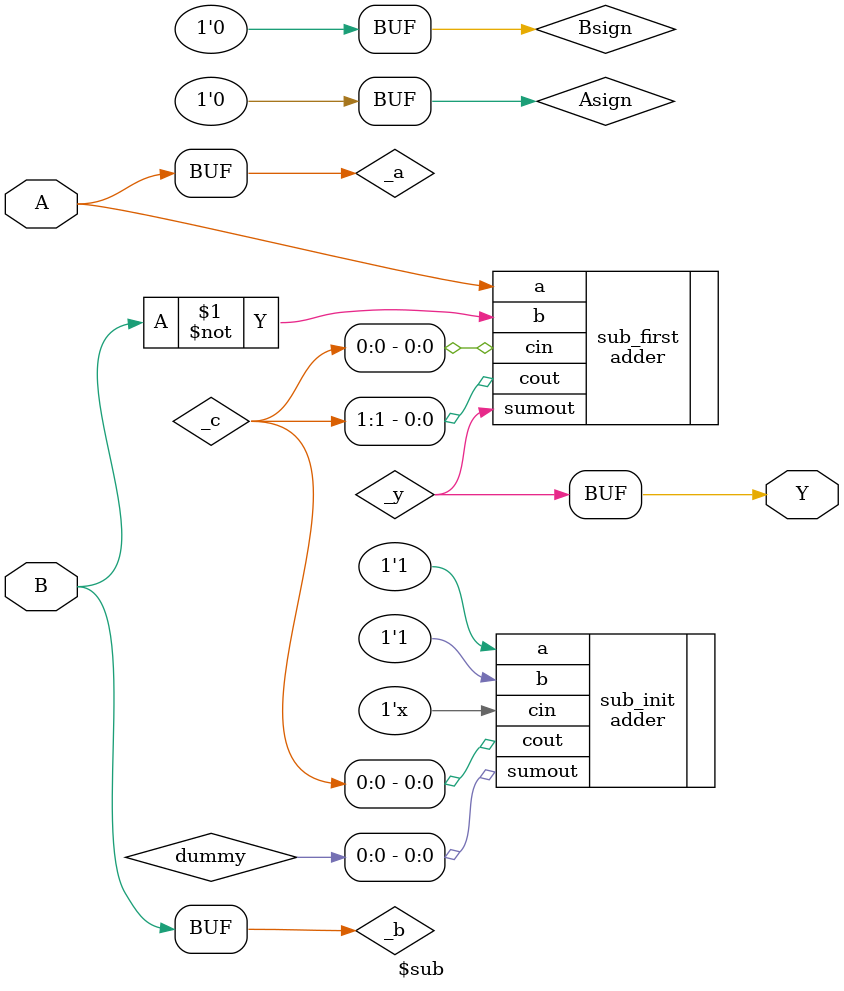
<source format=v>
/********************************************************************************************

# Description: this file includes the required definitions for Yosys to how it should		#

#			   infer implicit memories and instantiate arithmetic operations, such as 		#

#			   addition, subtraction, and multiplication. In this file, implicit memory 	#

#			   boundary and required splitting process, arithmetic operation depth/width    # 

#			   splitting, and error handling for possible invalid situations are specified.	#

# 																							#

# NOTE: 11, 1, and 3 will be replaced with the configuration specifications via the 	#

#		run_vtr_flow.py script file while the VTR flow is executing.						#

# 																							#

# Author: Eddie Hung																		#

# VTR-to-Bitstream: "http://eddiehung.github.io/vtb.html"								#

********************************************************************************************/





`define MEM_MINWIDTH 1

`define MEM_MAXADDR 11

`define MEM_MAXDATA 36



`define DSP_A_MAXWIDTH 36

`define DSP_B_MAXWIDTH 36



`define ADDER_MINWIDTH 1

`define MULTIPLY_MINWIDTH 3



`define MAX(a,b) (a > b ? a : b)

`define MIN(a,b) (a < b ? a : b)



module \$mem (RD_CLK, RD_EN, RD_ADDR, RD_DATA, WR_CLK, WR_EN, WR_ADDR, WR_DATA);

	parameter MEMID = "";

	parameter SIZE = 256;

	parameter OFFSET = 0;

	parameter ABITS = 8;

	parameter WIDTH = 8;

	parameter signed INIT = 1'bx;



	parameter RD_PORTS = 1;

	parameter RD_CLK_ENABLE = 1'b1;

	parameter RD_CLK_POLARITY = 1'b1;

	parameter RD_TRANSPARENT = 1'b1;



	parameter WR_PORTS = 1;

	parameter WR_CLK_ENABLE = 1'b1;

	parameter WR_CLK_POLARITY = 1'b1;



	input [RD_PORTS-1:0] RD_CLK;

	input [RD_PORTS-1:0] RD_EN;

	input [RD_PORTS*ABITS-1:0] RD_ADDR;

	output reg [RD_PORTS*WIDTH-1:0] RD_DATA;



	input [WR_PORTS-1:0] WR_CLK;

	input [WR_PORTS*WIDTH-1:0] WR_EN;

	input [WR_PORTS*ABITS-1:0] WR_ADDR;

	input [WR_PORTS*WIDTH-1:0] WR_DATA;



	wire [1023:0] _TECHMAP_DO_ = "proc; clean";

	

	parameter _TECHMAP_CONNMAP_RD_CLK_ = 0;

	parameter _TECHMAP_CONNMAP_WR_CLK_ = 0;

	

	parameter _TECHMAP_CONNMAP_RD_ADDR_ = 0;

	parameter _TECHMAP_CONNMAP_WR_ADDR_ = 0;



	parameter _TECHMAP_CONNMAP_WR_EN_ = 0;

	parameter _TECHMAP_CONSTVAL_RD_EN_ = 0;



	parameter _TECHMAP_BITS_CONNMAP_ = 0;

	//parameter _TECHMAP_CONNMAP_RD_PORTS_ = 0;

	//parameter _TECHMAP_CONNMAP_WR_PORTS_ = 0;

	

	reg _TECHMAP_FAIL_;

	initial begin

		_TECHMAP_FAIL_ <= 0;

	

		// only map cells with only one read and one write port

		if (RD_PORTS > 2 || WR_PORTS > 2)

			_TECHMAP_FAIL_ <= 1;

	

		// read enable must not be constant low

		if (_TECHMAP_CONSTVAL_RD_EN_[0] == 1'b0)

			_TECHMAP_FAIL_ <= 1;



		// we expect positive read clock and non-transparent reads

		if (RD_TRANSPARENT || !RD_CLK_ENABLE || !RD_CLK_POLARITY)

			_TECHMAP_FAIL_ <= 1;

	

		// we expect positive write clock

		if (!WR_CLK_ENABLE || !WR_CLK_POLARITY)

			_TECHMAP_FAIL_ <= 1;

	

		// read and write must be in same clock domain

		if (_TECHMAP_CONNMAP_RD_CLK_ != _TECHMAP_CONNMAP_WR_CLK_)

			_TECHMAP_FAIL_ <= 1;

	

		// we don't do small memories or memories with offsets

		if (OFFSET != 0 || ABITS < `MEM_MINWIDTH || SIZE < 2**`MEM_MINWIDTH)

			_TECHMAP_FAIL_ <= 1;

	

	end



	genvar i;

	for (i = 0; i < `MAX(RD_PORTS, WR_PORTS); i = i+1) begin

		initial begin

			// check each pair of read and write port are the same

			if (RD_PORTS >= i && WR_PORTS >= i) begin

				if (_TECHMAP_CONNMAP_RD_ADDR_[i*ABITS*_TECHMAP_BITS_CONNMAP_ +: ABITS*_TECHMAP_BITS_CONNMAP_] != 

					_TECHMAP_CONNMAP_WR_ADDR_[i*ABITS*_TECHMAP_BITS_CONNMAP_ +: ABITS*_TECHMAP_BITS_CONNMAP_])

						_TECHMAP_FAIL_ <= 1;

			end

		end

		// check all bits of write enable are the same

		if (i < WR_PORTS) begin

			genvar j;

			for (j = 1; j < WIDTH; j = j+1) begin

				initial begin

					if (_TECHMAP_CONNMAP_WR_EN_[0 +: _TECHMAP_BITS_CONNMAP_] !=

							_TECHMAP_CONNMAP_WR_EN_[j*_TECHMAP_BITS_CONNMAP_ +: _TECHMAP_BITS_CONNMAP_])

						_TECHMAP_FAIL_ <= 1;

				end

			end

		end

	end



	

	\$__mem_gen #(

		.MEMID(MEMID), .SIZE(SIZE), .OFFSET(OFFSET), .ABITS(ABITS), .WIDTH(WIDTH),

		.RD_PORTS(RD_PORTS), .RD_CLK_ENABLE(RD_CLK_ENABLE), .RD_CLK_POLARITY(RD_CLK_POLARITY), .RD_TRANSPARENT(RD_TRANSPARENT),

		.WR_PORTS(WR_PORTS), .WR_CLK_ENABLE(WR_CLK_ENABLE), .WR_CLK_POLARITY(WR_CLK_POLARITY)

	) _TECHMAP_REPLACE_ (

		.RD_CLK(RD_CLK),

		.RD_EN(RD_EN),

		.RD_ADDR(RD_ADDR),

		.RD_DATA(RD_DATA),

		.WR_CLK(WR_CLK),

		.WR_EN(WR_EN),

		.WR_ADDR(WR_ADDR),

		.WR_DATA(WR_DATA)

	);

endmodule



module \$__mem_gen (RD_CLK, RD_EN, RD_ADDR, RD_DATA, WR_CLK, WR_EN, WR_ADDR, WR_DATA);

	parameter MEMID = "";

	parameter SIZE = 256;

	parameter OFFSET = 0;

	parameter ABITS = 8;

	parameter WIDTH = 8;

	parameter signed INIT = 1'bx;



	parameter RD_PORTS = 1;

	parameter RD_CLK_ENABLE = 1'b1;

	parameter RD_CLK_POLARITY = 1'b1;

	parameter RD_TRANSPARENT = 1'b1;



	parameter WR_PORTS = 1;

	parameter WR_CLK_ENABLE = 1'b1;

	parameter WR_CLK_POLARITY = 1'b1;



	input [RD_PORTS-1:0] RD_CLK;

	input [RD_PORTS-1:0] RD_EN;

	input [RD_PORTS*ABITS-1:0] RD_ADDR;

	output reg [RD_PORTS*WIDTH-1:0] RD_DATA;



	input [WR_PORTS-1:0] WR_CLK;

	input [WR_PORTS*WIDTH-1:0] WR_EN;

	input [WR_PORTS*ABITS-1:0] WR_ADDR;

	input [WR_PORTS*WIDTH-1:0] WR_DATA;



	wire [1023:0] _TECHMAP_DO_ = "proc; clean";



	genvar i;

	generate

		if (ABITS > `MEM_MAXADDR) begin

			wire [WIDTH-1:0] rd_data_hi, rd_data_lo;

			wire [(ABITS-1)*RD_PORTS-1:0] rd_addr_new;

			for (i = 0; i < RD_PORTS; i = i+1) begin

				assign rd_addr_new[(ABITS-1)*(i+1)-1:(ABITS-1)*i] = RD_ADDR[ABITS*(i+1)-2:ABITS*i];

			end

			wire [(ABITS-1)*WR_PORTS-1:0] wr_addr_new;

			wire [WR_PORTS-1:0] wr_en_new;

			for (i = 0; i < WR_PORTS; i = i+1) begin

				assign wr_addr_new[(ABITS-1)*(i+1)-1:(ABITS-1)*i] = WR_ADDR[ABITS*(i+1)-2:ABITS*i];

				assign wr_en_new[i] = WR_EN[i] & WR_ADDR[ABITS*(i+1)-1];

			end



			if (SIZE > 2**(ABITS-1)) begin

				\$__mem_gen #(

					.MEMID(MEMID), .SIZE(SIZE - 2**(ABITS-1)), .OFFSET(OFFSET), .ABITS(ABITS-1), .WIDTH(WIDTH),

					.RD_PORTS(RD_PORTS), .RD_CLK_ENABLE(RD_CLK_ENABLE), .RD_CLK_POLARITY(RD_CLK_POLARITY), .RD_TRANSPARENT(RD_TRANSPARENT),

					.WR_PORTS(WR_PORTS), .WR_CLK_ENABLE(WR_CLK_ENABLE), .WR_CLK_POLARITY(WR_CLK_POLARITY)

				) mem_hi (

					.RD_CLK(RD_CLK),

					.RD_EN(RD_EN),

					.RD_ADDR(rd_addr_new),

					.RD_DATA(rd_data_hi),

					.WR_CLK(WR_CLK),

					.WR_EN(wr_en_new),

					.WR_ADDR(wr_addr_new),

					.WR_DATA(WR_DATA)

				);

			end 

			else begin

				assign rd_data_hi = {{WIDTH}{1'bx}};

			end



			\$__mem_gen #(

				.MEMID(MEMID), .SIZE(SIZE > 2**(ABITS-1) ? 2**(ABITS-1) : SIZE), .OFFSET(OFFSET), .ABITS(ABITS-1), .WIDTH(WIDTH),

				.RD_PORTS(RD_PORTS), .RD_CLK_ENABLE(RD_CLK_ENABLE), .RD_CLK_POLARITY(RD_CLK_POLARITY), .RD_TRANSPARENT(RD_TRANSPARENT),

				.WR_PORTS(WR_PORTS), .WR_CLK_ENABLE(WR_CLK_ENABLE), .WR_CLK_POLARITY(WR_CLK_POLARITY)

			) mem_lo (

				.RD_CLK(RD_CLK),

				.RD_EN(RD_EN),

				.RD_ADDR(rd_addr_new),

				.RD_DATA(rd_data_lo),

				.WR_CLK(WR_CLK),

				.WR_EN(wr_en_new),

				.WR_ADDR(wr_addr_new),

				.WR_DATA(WR_DATA)

			);



			reg [RD_PORTS-1:0] delayed_abit;

			for (i = 0; i < RD_PORTS; i = i+1) begin

				always @(posedge RD_CLK[i])

					delayed_abit[i] <= RD_ADDR[ABITS*(i+1)-1];

				assign RD_DATA[WIDTH*(i+1)-1:WIDTH*i] = delayed_abit[i] ? rd_data_hi : rd_data_lo;

			end

		end 

		else begin

			for (i = 0; i < WIDTH; i=i+1) begin:slice

				if (RD_PORTS <= 1 && WR_PORTS <= 1) 

					single_port_ram mem (

						.clk(RD_CLK[0]),

						.addr({ {{`MEM_MAXADDR-ABITS}{1'bx}}, RD_ADDR[ABITS-1:0] }),

						.data(WR_DATA[i]),

						.out(RD_DATA[i]),

						.we(WR_EN[0])

					);

				else if (RD_PORTS <= 2 && WR_PORTS <= 2) 

					dual_port_ram mem (

						.clk(RD_CLK[0]),

						.addr1({ {{`MEM_MAXADDR-ABITS}{1'bx}}, RD_ADDR[ABITS-1:0] }),

						.data1(WR_DATA[i]),

						.out1(RD_DATA[i]),

						.we1(WR_EN[0]),

						.addr2({ {{`MEM_MAXADDR-ABITS}{1'bx}}, RD_ADDR[2*ABITS-1:ABITS] }),

						.data2(WR_DATA[WIDTH+i]),

						.out2(RD_DATA[WIDTH+i]),

						.we2(WR_EN[WIDTH])

					);

			end

		end

	endgenerate

endmodule



(* techmap_celltype = "$mul" *)

module mul_swap_ports (A, B, Y);

parameter A_SIGNED = 0;

parameter B_SIGNED = 0;

parameter A_WIDTH = 1;

parameter B_WIDTH = 1;

parameter Y_WIDTH = 1;



input [A_WIDTH-1:0] A;

input [B_WIDTH-1:0] B;

output [Y_WIDTH-1:0] Y;



wire _TECHMAP_FAIL_ = A_WIDTH <= B_WIDTH;



\$mul #(

	.A_SIGNED(B_SIGNED),

	.B_SIGNED(A_SIGNED),

	.A_WIDTH(B_WIDTH),

	.B_WIDTH(A_WIDTH),

	.Y_WIDTH(Y_WIDTH)

) _TECHMAP_REPLACE_ (

	.A(B),

	.B(A),

	.Y(Y)

);



endmodule



module \$mul (A, B, Y);

	parameter A_SIGNED = 0;

	parameter B_SIGNED = 0;

	parameter A_WIDTH = 1;

	parameter B_WIDTH = 1;

	parameter Y_WIDTH = 1;



	input [A_WIDTH-1:0] A;

	input [B_WIDTH-1:0] B;

	output [Y_WIDTH-1:0] Y;



	wire [1023:0] _TECHMAP_DO_ = "proc; clean";



	reg _TECHMAP_FAIL_;

	initial begin

		_TECHMAP_FAIL_ <= 0;



		//if (A_SIGNED || B_SIGNED)

		//	_TECHMAP_FAIL_ <= 1;



		if (A_WIDTH < B_WIDTH)

			_TECHMAP_FAIL_ <= 1;

		if (A_WIDTH < `MULTIPLY_MINWIDTH || B_WIDTH < `MULTIPLY_MINWIDTH)

			_TECHMAP_FAIL_ <= 1;

	end



	generate

		\$__mul_gen #(

			.A_SIGNED(A_SIGNED),

			.B_SIGNED(B_SIGNED),

			.A_WIDTH(A_WIDTH),

			.B_WIDTH(B_WIDTH),

			.Y_WIDTH(Y_WIDTH)

		) mul_slice (

			.A(A),

			.B(B),

			.Y(Y[Y_WIDTH-1:0])

		);

	endgenerate

endmodule



module \$__mul_gen (A, B, Y);

	parameter A_SIGNED = 0;

	parameter B_SIGNED = 0;

	parameter A_WIDTH = 1;

	parameter B_WIDTH = 1;

	parameter Y_WIDTH = 1;



	input [A_WIDTH-1:0] A;

	input [B_WIDTH-1:0] B;

	output [Y_WIDTH-1:0] Y;



	wire [1023:0] _TECHMAP_DO_ = "proc; clean";



	generate

		if (A_WIDTH > `DSP_A_MAXWIDTH) begin

			localparam n_floored = A_WIDTH/`DSP_A_MAXWIDTH;

			localparam n = n_floored + (n_floored*`DSP_A_MAXWIDTH < A_WIDTH ? 1 : 0);

			wire [`DSP_A_MAXWIDTH+B_WIDTH-1:0] partial [n-1:1];

			wire [Y_WIDTH-1:0] partial_sum [n-2:0];



			\$__mul_gen #(

				.A_SIGNED(A_SIGNED),

				.B_SIGNED(B_SIGNED),

				.A_WIDTH(`DSP_A_MAXWIDTH),

				.B_WIDTH(B_WIDTH),

				.Y_WIDTH(Y_WIDTH)

			) mul_slice_first (

				.A(A[`DSP_A_MAXWIDTH-1:0]),

				.B(B),

				.Y(partial_sum[0])

			);



			genvar i;

			generate

			for (i = 1; i < n-1; i=i+1) begin:slice

				\$__mul_gen #(

					.A_SIGNED(A_SIGNED),

					.B_SIGNED(B_SIGNED),

					.A_WIDTH(`DSP_A_MAXWIDTH),

					.B_WIDTH(B_WIDTH),

					.Y_WIDTH(Y_WIDTH)

				) mul_slice (

					.A(A[(i+1)*`DSP_A_MAXWIDTH-1:i*`DSP_A_MAXWIDTH]),

					.B(B),

					.Y(partial[i])

				);

				//assign partial_sum[i] = (partial[i] << i*`DSP_A_MAXWIDTH) + partial_sum[i-1];

				assign partial_sum[i] = {

					partial[i][B_WIDTH+`DSP_A_MAXWIDTH-1:`DSP_A_MAXWIDTH],

					partial[i][`DSP_A_MAXWIDTH-1:0] + partial_sum[i-1][B_WIDTH+(i*`DSP_A_MAXWIDTH)-1:B_WIDTH+((i-1)*`DSP_A_MAXWIDTH)],

					partial_sum[i-1][B_WIDTH+((i-1)*`DSP_A_MAXWIDTH):0]

				};

			end

			endgenerate



			\$__mul_gen #(

				.A_SIGNED(A_SIGNED),

				.B_SIGNED(B_SIGNED),

				.A_WIDTH(A_WIDTH-(n-1)*`DSP_A_MAXWIDTH),

				.B_WIDTH(B_WIDTH),

				.Y_WIDTH(Y_WIDTH)

			) mul_slice_last (

				.A(A[A_WIDTH-1:(n-1)*`DSP_A_MAXWIDTH]),

				.B(B),

				.Y(partial[n-1])

			);

			//assign Y = (partial[n-1] << (n-1)*`DSP_A_MAXWIDTH) + partial_sum[n-2];

			assign Y = {

				partial[n-1][B_WIDTH+`DSP_A_MAXWIDTH-1:`DSP_A_MAXWIDTH],

				partial[n-1][`DSP_A_MAXWIDTH-1:0] + partial_sum[n-2][B_WIDTH+((n-1)*`DSP_A_MAXWIDTH)-1:B_WIDTH+((n-2)*`DSP_A_MAXWIDTH)],

				partial_sum[n-2][B_WIDTH+((n-2)*`DSP_A_MAXWIDTH):0]

			};

		end

		else if (B_WIDTH > `DSP_B_MAXWIDTH) begin

			localparam n_floored = B_WIDTH/`DSP_B_MAXWIDTH;

			localparam n = n_floored + (n_floored*`DSP_B_MAXWIDTH < B_WIDTH ? 1 : 0);

			wire [A_WIDTH+`DSP_B_MAXWIDTH-1:0] partial [n-1:1];

			wire [Y_WIDTH-1:0] partial_sum [n-2:0];



			\$__mul_gen #(

				.A_SIGNED(A_SIGNED),

				.B_SIGNED(B_SIGNED),

				.A_WIDTH(A_WIDTH),

				.B_WIDTH(`DSP_B_MAXWIDTH),

				.Y_WIDTH(Y_WIDTH)

			) mul_first (

				.A(A),

				.B(B[`DSP_B_MAXWIDTH-1:0]),

				.Y(partial_sum[0])

			);



			genvar i;

			generate

			for (i = 1; i < n-1; i=i+1) begin:slice

				\$__mul_gen #(

					.A_SIGNED(A_SIGNED),

					.B_SIGNED(B_SIGNED),

					.A_WIDTH(A_WIDTH),

					.B_WIDTH(`DSP_B_MAXWIDTH),

					.Y_WIDTH(Y_WIDTH)

				) mul (

					.A(A),

					.B(B[(i+1)*`DSP_B_MAXWIDTH-1:i*`DSP_B_MAXWIDTH]),

					.Y(partial[i])

				);

				//assign partial_sum[i] = (partial[i] << i*`DSP_B_MAXWIDTH) + partial_sum[i-1];

				assign partial_sum[i] = {

					partial[i][A_WIDTH+`DSP_B_MAXWIDTH-1:`DSP_B_MAXWIDTH],

					partial[i][`DSP_B_MAXWIDTH-1:0] + partial_sum[i-1][A_WIDTH+(i*`DSP_B_MAXWIDTH)-1:A_WIDTH+((i-1)*`DSP_B_MAXWIDTH)],

					partial_sum[i-1][A_WIDTH+((i-1)*`DSP_B_MAXWIDTH):0]

				};

			end

			endgenerate



			\$__mul_gen #(

				.A_SIGNED(A_SIGNED),

				.B_SIGNED(B_SIGNED),

				.A_WIDTH(A_WIDTH),

				.B_WIDTH(B_WIDTH-(n-1)*`DSP_B_MAXWIDTH),

				.Y_WIDTH(Y_WIDTH)

			) mul_last (

				.A(A),

				.B(B[B_WIDTH-1:(n-1)*`DSP_B_MAXWIDTH]),

				.Y(partial[n-1])

			);

			//assign Y = (partial[n-1] << (n-1)*`DSP_B_MAXWIDTH) + partial_sum[n-2];

			assign Y = {

				partial[n-1][A_WIDTH+`DSP_B_MAXWIDTH-1:`DSP_B_MAXWIDTH],

				partial[n-1][`DSP_B_MAXWIDTH-1:0] + partial_sum[n-2][A_WIDTH+((n-1)*`DSP_B_MAXWIDTH)-1:A_WIDTH+((n-2)*`DSP_B_MAXWIDTH)],

				partial_sum[n-2][A_WIDTH+((n-2)*`DSP_B_MAXWIDTH):0]

			};

		end

		else begin 

			wire [A_WIDTH+B_WIDTH-1:0] out;

			wire [(`DSP_A_MAXWIDTH+`DSP_B_MAXWIDTH)-(A_WIDTH+B_WIDTH)-1:0] dummy;

			wire Asign, Bsign;

			assign Asign = (A_SIGNED ? A[A_WIDTH-1] : 1'b0);

			assign Bsign = (B_SIGNED ? B[B_WIDTH-1] : 1'b0);

			multiply _TECHMAP_REPLACE_ (

				.a({ {{`DSP_A_MAXWIDTH-A_WIDTH}{Asign}}, A }),

				.b({ {{`DSP_B_MAXWIDTH-B_WIDTH}{Bsign}}, B }),

				.out({dummy, out})

			);

			if (Y_WIDTH < A_WIDTH + B_WIDTH)

				assign Y = out[Y_WIDTH-1:0];

			else begin

				wire Ysign = (A_SIGNED || B_SIGNED ? out[A_WIDTH+BWIDTH-1] : 1'b0);

				assign Y = { {{Y_WIDTH-(A_WIDTH+B_WIDTH)}{Ysign}}, out[A_WIDTH+B_WIDTH-1:0] };

			end

		end

	endgenerate

endmodule



module \$add (A, B, Y);

	parameter A_SIGNED = 0;

	parameter A_WIDTH = 1;

	parameter B_SIGNED = 0;

	parameter B_WIDTH = 1;

	parameter Y_WIDTH = 1;

	

	input [A_WIDTH-1:0] A;

	input [B_WIDTH-1:0] B;

	output [Y_WIDTH-1:0] Y;

	

	wire [1023:0] _TECHMAP_DO_ = "proc; clean";



	reg _TECHMAP_FAIL_;

	initial begin

		_TECHMAP_FAIL_ <= 0;



		//if (A_SIGNED || B_SIGNED)

		//	_TECHMAP_FAIL_ <= 1;

		//if (A_WIDTH < 1 || B_WIDTH < 1)

		//	_TECHMAP_FAIL_ <= 1;

		if (Y_WIDTH < `ADDER_MINWIDTH)

			_TECHMAP_FAIL_ <= 1;

		if (A_WIDTH < `ADDER_MINWIDTH && B_WIDTH < `ADDER_MINWIDTH)

			_TECHMAP_FAIL_ <= 1;

	end



	localparam maxab = `MAX(A_WIDTH, B_WIDTH);

	localparam width = `MIN(Y_WIDTH, maxab+1);

	

	generate

		wire [maxab-1:0] _a;

		wire [maxab-1:0] _b;

		wire [width-1:0] _y;

		wire [width:0] _c;

		wire [width:0] dummy;

		wire Asign, Bsign;



		assign Asign = (A_SIGNED ? A[A_WIDTH-1] : 1'b0);

		assign Bsign = (B_SIGNED ? B[B_WIDTH-1] : 1'b0);

		assign _a = { {{maxab}{Asign}}, A };

		assign _b = { {{maxab}{Bsign}}, B };

	

		adder add_first (.a(_a[0]), .b(_b[0]), .cin(1'bx), .cout(_c[1]), .sumout(_y[0]));

		genvar i;

		for (i = 1; i < width; i=i+1) begin : slice

			if (i === maxab)

				adder add_last (.a(1'b0), .b(1'b0), .cin(_c[i]), .cout(dummy[i+1]), .sumout(_y[i]));

			else 

				adder add (.a(_a[i]), .b(_b[i]), .cin(_c[i]), .cout(_c[i+1]), .sumout(_y[i]));

		end



		if (Y_WIDTH < maxab + 1)

			assign Y = _y[Y_WIDTH-1:0];

		else begin

			wire Ysign = (A_SIGNED || B_SIGNED ? _y[Y_WIDTH-1] : 1'b0);

			assign Y = { {{Y_WIDTH-(maxab+1)}{_y[maxab+1-1]}}, _y[maxab+1-1:0] };

		end

	endgenerate

endmodule



module \$sub (A, B, Y);

	parameter A_SIGNED = 0;

	parameter A_WIDTH = 1;

	parameter B_SIGNED = 0;

	parameter B_WIDTH = 1;

	parameter Y_WIDTH = 1;

	input [A_WIDTH-1:0] A;

	input [B_WIDTH-1:0] B;

	output [Y_WIDTH-1:0] Y;

	

	wire [1023:0] _TECHMAP_DO_ = "proc; clean";



	reg _TECHMAP_FAIL_;

	initial begin

		_TECHMAP_FAIL_ <= 0;



		//if (A_SIGNED || B_SIGNED)

		//	_TECHMAP_FAIL_ <= 1;

		if (A_WIDTH < 1 || B_WIDTH < 1)

			_TECHMAP_FAIL_ <= 1;

		if (Y_WIDTH < `ADDER_MINWIDTH)

			_TECHMAP_FAIL_ <= 1;

		if (A_WIDTH < `ADDER_MINWIDTH && B_WIDTH < `ADDER_MINWIDTH)

			_TECHMAP_FAIL_ <= 1;

	end



	localparam maxab = `MAX(A_WIDTH, B_WIDTH);

	localparam width = `MIN(Y_WIDTH, maxab+1);

	

	generate

		wire [maxab-1:0] _a;

		wire [maxab-1:0] _b;

		wire [width-1:0] _y;

		wire [width:0] _c;

		wire [width:0] dummy;

		wire Asign, Bsign;



		assign Asign = (A_SIGNED ? A[A_WIDTH-1] : 1'b0);

		assign Bsign = (B_SIGNED ? B[B_WIDTH-1] : 1'b0);

		assign _a = { {{maxab}{Asign}}, A };

		assign _b = { {{maxab}{Bsign}}, B };

	

		// VPR requires that the first element of a carry chain have cin = 1'bx

		// Therefore use sub_init to generate cout = 1'b1 for the

		// actual first stage

		adder sub_init (.a(1'b1), .b(~1'b0), .cin(1'bx), .cout(_c[0]), .sumout(dummy[0]));

		adder sub_first (.a(_a[0]), .b(~_b[0]), .cin(_c[0]), .cout(_c[1]), .sumout(_y[0]));

		genvar i;

		for (i = 1; i < width; i=i+1) begin : slice

			if (i === maxab)

				adder sub_last (.a(1'b0), .b(~1'b0), .cin(_c[i]), .cout(dummy[i+1]), .sumout(_y[i]));

			else 

				adder sub (.a(_a[i]), .b(~_b[i]), .cin(_c[i]), .cout(_c[i+1]), .sumout(_y[i]));

		end



		if (Y_WIDTH < maxab+1)

			assign Y = _y[Y_WIDTH-1:0];

		else begin

			wire Ysign = (A_SIGNED || B_SIGNED ? _y[Y_WIDTH-1] : 1'b0);

			assign Y = { {{Y_WIDTH-(maxab+1)}{_y[maxab+1-1]}}, _y[maxab+1-1:0] };

		end	endgenerate

endmodule


</source>
